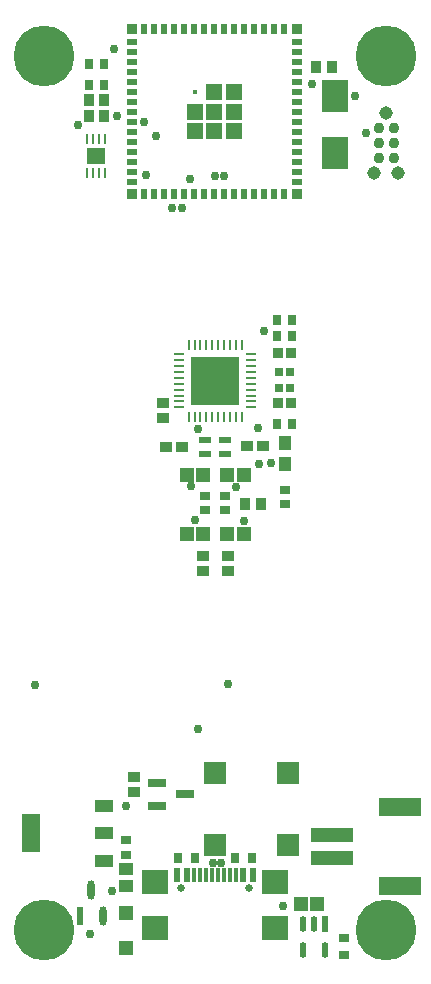
<source format=gts>
G04*
G04 #@! TF.GenerationSoftware,Altium Limited,Altium Designer,24.3.1 (35)*
G04*
G04 Layer_Color=8388736*
%FSLAX26Y26*%
%MOIN*%
G70*
G04*
G04 #@! TF.SameCoordinates,DB0C34DD-40E0-41A4-B204-7B3182439FE1*
G04*
G04*
G04 #@! TF.FilePolarity,Negative*
G04*
G01*
G75*
%ADD30R,0.011811X0.045276*%
%ADD31R,0.023622X0.045276*%
%ADD32R,0.085827X0.078740*%
%ADD33R,0.029848X0.031974*%
%ADD34R,0.048032X0.049213*%
%ADD35R,0.031974X0.029848*%
G04:AMPARAMS|DCode=36|XSize=64.41mil|YSize=24.609mil|CornerRadius=12.304mil|HoleSize=0mil|Usage=FLASHONLY|Rotation=90.000|XOffset=0mil|YOffset=0mil|HoleType=Round|Shape=RoundedRectangle|*
%AMROUNDEDRECTD36*
21,1,0.064410,0.000000,0,0,90.0*
21,1,0.039802,0.024609,0,0,90.0*
1,1,0.024609,0.000000,0.019901*
1,1,0.024609,0.000000,-0.019901*
1,1,0.024609,0.000000,-0.019901*
1,1,0.024609,0.000000,0.019901*
%
%ADD36ROUNDEDRECTD36*%
%ADD37R,0.024609X0.064410*%
G04:AMPARAMS|DCode=41|XSize=52.688mil|YSize=22.754mil|CornerRadius=11.377mil|HoleSize=0mil|Usage=FLASHONLY|Rotation=270.000|XOffset=0mil|YOffset=0mil|HoleType=Round|Shape=RoundedRectangle|*
%AMROUNDEDRECTD41*
21,1,0.052688,0.000000,0,0,270.0*
21,1,0.029934,0.022754,0,0,270.0*
1,1,0.022754,0.000000,-0.014967*
1,1,0.022754,0.000000,0.014967*
1,1,0.022754,0.000000,0.014967*
1,1,0.022754,0.000000,-0.014967*
%
%ADD41ROUNDEDRECTD41*%
%ADD42R,0.022754X0.052688*%
%ADD43R,0.035433X0.025591*%
%ADD45R,0.043545X0.037725*%
%ADD46R,0.025591X0.029528*%
%ADD47R,0.033785X0.031974*%
%ADD49R,0.039848X0.045498*%
%ADD50R,0.035433X0.029528*%
%ADD53R,0.039370X0.021654*%
%ADD60R,0.086614X0.110236*%
G04:AMPARAMS|DCode=61|XSize=33.9mil|YSize=9.421mil|CornerRadius=4.71mil|HoleSize=0mil|Usage=FLASHONLY|Rotation=90.000|XOffset=0mil|YOffset=0mil|HoleType=Round|Shape=RoundedRectangle|*
%AMROUNDEDRECTD61*
21,1,0.033900,0.000000,0,0,90.0*
21,1,0.024480,0.009421,0,0,90.0*
1,1,0.009421,0.000000,0.012240*
1,1,0.009421,0.000000,-0.012240*
1,1,0.009421,0.000000,-0.012240*
1,1,0.009421,0.000000,0.012240*
%
%ADD61ROUNDEDRECTD61*%
%ADD62R,0.009421X0.033900*%
%ADD63R,0.025591X0.035433*%
%ADD64R,0.143701X0.045276*%
%ADD65R,0.139764X0.064961*%
%ADD66R,0.076772X0.076772*%
G04:AMPARAMS|DCode=67|XSize=129.921mil|YSize=62.992mil|CornerRadius=4.951mil|HoleSize=0mil|Usage=FLASHONLY|Rotation=270.000|XOffset=0mil|YOffset=0mil|HoleType=Round|Shape=RoundedRectangle|*
%AMROUNDEDRECTD67*
21,1,0.129921,0.053091,0,0,270.0*
21,1,0.120020,0.062992,0,0,270.0*
1,1,0.009902,-0.026545,-0.060010*
1,1,0.009902,-0.026545,0.060010*
1,1,0.009902,0.026545,0.060010*
1,1,0.009902,0.026545,-0.060010*
%
%ADD67ROUNDEDRECTD67*%
G04:AMPARAMS|DCode=68|XSize=41.339mil|YSize=62.992mil|CornerRadius=4.902mil|HoleSize=0mil|Usage=FLASHONLY|Rotation=270.000|XOffset=0mil|YOffset=0mil|HoleType=Round|Shape=RoundedRectangle|*
%AMROUNDEDRECTD68*
21,1,0.041339,0.053189,0,0,270.0*
21,1,0.031535,0.062992,0,0,270.0*
1,1,0.009803,-0.026594,-0.015768*
1,1,0.009803,-0.026594,0.015768*
1,1,0.009803,0.026594,0.015768*
1,1,0.009803,0.026594,-0.015768*
%
%ADD68ROUNDEDRECTD68*%
%ADD69R,0.047244X0.041339*%
%ADD70R,0.047244X0.049213*%
%ADD71R,0.161417X0.161417*%
%ADD72R,0.035433X0.011417*%
%ADD73R,0.011417X0.035433*%
%ADD74R,0.039370X0.035433*%
%ADD75R,0.037402X0.043307*%
%ADD76R,0.041339X0.033465*%
%ADD77R,0.059055X0.029528*%
%ADD78C,0.036890*%
%ADD79R,0.035433X0.039370*%
%ADD80R,0.053150X0.053150*%
%ADD81R,0.015748X0.015748*%
%ADD82R,0.021654X0.037402*%
%ADD83R,0.037402X0.021654*%
%ADD84R,0.037402X0.037402*%
%ADD85R,0.062992X0.055118*%
%ADD86C,0.025591*%
%ADD87C,0.202756*%
%ADD88C,0.044921*%
%ADD89C,0.029528*%
D30*
X3753898Y1638882D02*
D03*
X3734213D02*
D03*
X3714528D02*
D03*
X3694843D02*
D03*
X3675157D02*
D03*
X3655472D02*
D03*
X3635787D02*
D03*
X3616102D02*
D03*
D31*
X3779488D02*
D03*
X3590512D02*
D03*
X3810984D02*
D03*
X3559016D02*
D03*
D32*
X3886181Y1616244D02*
D03*
X3483819D02*
D03*
X3886181Y1461520D02*
D03*
X3483819D02*
D03*
D33*
X3893315Y3143000D02*
D03*
X3942685D02*
D03*
X3314685Y4342000D02*
D03*
X3265315D02*
D03*
X3314685Y4274000D02*
D03*
X3265315D02*
D03*
X3942370Y3491000D02*
D03*
X3893000D02*
D03*
X3941685Y3435000D02*
D03*
X3892315D02*
D03*
D34*
X3389000Y1513071D02*
D03*
Y1396929D02*
D03*
D35*
X3388000Y1705315D02*
D03*
Y1754685D02*
D03*
D36*
X3273000Y1589917D02*
D03*
X3310402Y1504083D02*
D03*
D37*
X3235598D02*
D03*
D41*
X4052402Y1389054D02*
D03*
X3977598D02*
D03*
Y1476945D02*
D03*
X4015000D02*
D03*
D42*
X4052402D02*
D03*
D43*
X4116000Y1428543D02*
D03*
Y1371457D02*
D03*
D45*
X3793383Y3068000D02*
D03*
X3846617D02*
D03*
X3573617Y3067000D02*
D03*
X3520383D02*
D03*
D46*
X3936685Y3315591D02*
D03*
Y3264409D02*
D03*
X3897315D02*
D03*
Y3315591D02*
D03*
D47*
X3894284Y3380000D02*
D03*
X3939716D02*
D03*
Y3212000D02*
D03*
X3894284D02*
D03*
D49*
X3919000Y3010540D02*
D03*
Y3079460D02*
D03*
D50*
X3918000Y2923622D02*
D03*
Y2876378D02*
D03*
X3719000Y2902622D02*
D03*
Y2855378D02*
D03*
X3652000D02*
D03*
Y2902622D02*
D03*
D53*
X3720000Y3090606D02*
D03*
Y3041394D02*
D03*
X3651000Y3090606D02*
D03*
Y3041394D02*
D03*
D60*
X4085000Y4236488D02*
D03*
Y4047512D02*
D03*
D61*
X3259472Y4093123D02*
D03*
X3279157D02*
D03*
X3298843D02*
D03*
X3318528D02*
D03*
Y3980877D02*
D03*
X3298843D02*
D03*
X3279157D02*
D03*
D62*
X3259472D02*
D03*
D63*
X3561457Y1696000D02*
D03*
X3618543D02*
D03*
X3808543D02*
D03*
X3751457D02*
D03*
D64*
X4074173Y1694630D02*
D03*
Y1773370D02*
D03*
D65*
X4300551Y1602110D02*
D03*
Y1865890D02*
D03*
D66*
X3928063Y1980063D02*
D03*
Y1737937D02*
D03*
X3685937D02*
D03*
Y1980063D02*
D03*
D67*
X3072937Y1778000D02*
D03*
D68*
X3315063Y1868551D02*
D03*
Y1778000D02*
D03*
Y1687449D02*
D03*
D69*
X3389000Y1659000D02*
D03*
Y1601913D02*
D03*
D70*
X3971441Y1543000D02*
D03*
X4026559D02*
D03*
X3725441Y2974000D02*
D03*
X3780559D02*
D03*
X3725441Y2776000D02*
D03*
X3780559D02*
D03*
X3591441Y2974000D02*
D03*
X3646559D02*
D03*
X3591441Y2776000D02*
D03*
X3646559D02*
D03*
D71*
X3686000Y3287000D02*
D03*
D72*
X3565921Y3198417D02*
D03*
Y3218102D02*
D03*
Y3237787D02*
D03*
Y3257472D02*
D03*
Y3277157D02*
D03*
Y3296843D02*
D03*
Y3316528D02*
D03*
Y3336213D02*
D03*
Y3355898D02*
D03*
Y3375583D02*
D03*
X3806079D02*
D03*
Y3355898D02*
D03*
Y3336213D02*
D03*
Y3316528D02*
D03*
Y3296843D02*
D03*
Y3277157D02*
D03*
Y3257472D02*
D03*
Y3237787D02*
D03*
Y3218102D02*
D03*
Y3198417D02*
D03*
D73*
X3597417Y3407079D02*
D03*
X3617102D02*
D03*
X3636787D02*
D03*
X3656472D02*
D03*
X3676157D02*
D03*
X3695843D02*
D03*
X3715528D02*
D03*
X3735213D02*
D03*
X3754898D02*
D03*
X3774583D02*
D03*
Y3166921D02*
D03*
X3754898D02*
D03*
X3735213D02*
D03*
X3715528D02*
D03*
X3695843D02*
D03*
X3676157D02*
D03*
X3656472D02*
D03*
X3636787D02*
D03*
X3617102D02*
D03*
X3597417D02*
D03*
D74*
X3513000Y3213591D02*
D03*
Y3162410D02*
D03*
X3415000Y1967591D02*
D03*
Y1916409D02*
D03*
D75*
X3839575Y2877000D02*
D03*
X3786425D02*
D03*
D76*
X3727000Y2651409D02*
D03*
Y2702590D02*
D03*
X3644000Y2651409D02*
D03*
Y2702590D02*
D03*
D77*
X3586244Y1908000D02*
D03*
X3491756Y1870599D02*
D03*
Y1945402D02*
D03*
D78*
X4281000Y4029000D02*
D03*
X4231000D02*
D03*
X4281000Y4079000D02*
D03*
X4231000D02*
D03*
X4281000Y4129000D02*
D03*
X4231000D02*
D03*
D79*
X4074591Y4333000D02*
D03*
X4023410D02*
D03*
X3315591Y4171000D02*
D03*
X3264410D02*
D03*
X3315591Y4223000D02*
D03*
X3264410D02*
D03*
D80*
X3617575Y4183409D02*
D03*
Y4118449D02*
D03*
X3682535D02*
D03*
X3747496D02*
D03*
Y4183409D02*
D03*
Y4248370D02*
D03*
X3682535D02*
D03*
Y4183409D02*
D03*
D81*
X3617575Y4248370D02*
D03*
D82*
X3448283Y4459000D02*
D03*
X3481748D02*
D03*
X3515213D02*
D03*
X3548677D02*
D03*
X3582142D02*
D03*
X3615606D02*
D03*
X3649071D02*
D03*
X3682535D02*
D03*
X3716000D02*
D03*
X3749465D02*
D03*
X3782929D02*
D03*
X3816394D02*
D03*
X3849858D02*
D03*
X3883323D02*
D03*
X3916787D02*
D03*
Y3907819D02*
D03*
X3883323D02*
D03*
X3849858D02*
D03*
X3816394D02*
D03*
X3782929D02*
D03*
X3749465D02*
D03*
X3716000D02*
D03*
X3682535D02*
D03*
X3649071D02*
D03*
X3615606D02*
D03*
X3582142D02*
D03*
X3548677D02*
D03*
X3515213D02*
D03*
X3481748D02*
D03*
X3448283D02*
D03*
D83*
X3958126Y4417661D02*
D03*
Y4384197D02*
D03*
Y4350732D02*
D03*
Y4317268D02*
D03*
Y4283803D02*
D03*
Y4250338D02*
D03*
Y4216874D02*
D03*
Y4183409D02*
D03*
Y4149945D02*
D03*
Y4116480D02*
D03*
Y4083016D02*
D03*
Y4049551D02*
D03*
Y4016087D02*
D03*
Y3982622D02*
D03*
Y3949157D02*
D03*
X3406945D02*
D03*
Y3982622D02*
D03*
Y4016087D02*
D03*
Y4049551D02*
D03*
Y4083016D02*
D03*
Y4116480D02*
D03*
Y4149945D02*
D03*
Y4183409D02*
D03*
Y4216874D02*
D03*
Y4250338D02*
D03*
Y4283803D02*
D03*
Y4317268D02*
D03*
Y4350732D02*
D03*
Y4384197D02*
D03*
Y4417661D02*
D03*
D84*
X3958126Y3907819D02*
D03*
Y4459000D02*
D03*
X3406945Y3907819D02*
D03*
Y4459000D02*
D03*
D85*
X3289000Y4037000D02*
D03*
D86*
X3798780Y1596559D02*
D03*
X3571220D02*
D03*
D87*
X4255732Y1455614D02*
D03*
X3114000Y4369000D02*
D03*
Y1455614D02*
D03*
X4255732Y4369000D02*
D03*
D88*
X4216000Y3979000D02*
D03*
X4296000D02*
D03*
X4256000Y4179000D02*
D03*
D89*
X3755000Y2933000D02*
D03*
X3619000Y2824000D02*
D03*
X3606000Y2935000D02*
D03*
X3728000Y2277000D02*
D03*
X3630188Y2127300D02*
D03*
X3678324Y1678331D02*
D03*
X3706847Y1680715D02*
D03*
X3085000Y2272000D02*
D03*
X3387000Y1868000D02*
D03*
X3341000Y1585000D02*
D03*
X3267000Y1442000D02*
D03*
X3912000Y1537000D02*
D03*
X3602000Y3959000D02*
D03*
X3574000Y3864000D02*
D03*
X3541000Y3863000D02*
D03*
X3455000Y3974000D02*
D03*
X3713579Y3969000D02*
D03*
X3684957D02*
D03*
X3348000Y4392000D02*
D03*
X4010000Y4277000D02*
D03*
X3228000Y4138000D02*
D03*
X3488000Y4104000D02*
D03*
X3357000Y4170000D02*
D03*
X3448000Y4148000D02*
D03*
X4151000Y4236000D02*
D03*
X4190000Y4113000D02*
D03*
X3626000Y3228000D02*
D03*
X3781000Y2820000D02*
D03*
X3848000Y3453000D02*
D03*
X3831000Y3011000D02*
D03*
X3627000Y3126000D02*
D03*
X3872000Y3012000D02*
D03*
X3827000Y3129000D02*
D03*
M02*

</source>
